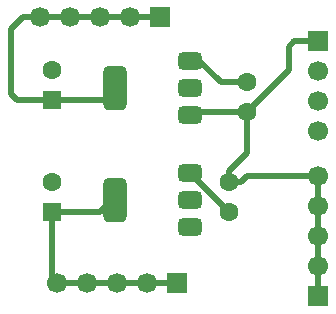
<source format=gbr>
%TF.GenerationSoftware,KiCad,Pcbnew,9.0.7*%
%TF.CreationDate,2026-02-08T21:28:46-06:00*%
%TF.ProjectId,Power,506f7765-722e-46b6-9963-61645f706362,rev?*%
%TF.SameCoordinates,Original*%
%TF.FileFunction,Copper,L1,Top*%
%TF.FilePolarity,Positive*%
%FSLAX46Y46*%
G04 Gerber Fmt 4.6, Leading zero omitted, Abs format (unit mm)*
G04 Created by KiCad (PCBNEW 9.0.7) date 2026-02-08 21:28:46*
%MOMM*%
%LPD*%
G01*
G04 APERTURE LIST*
G04 Aperture macros list*
%AMRoundRect*
0 Rectangle with rounded corners*
0 $1 Rounding radius*
0 $2 $3 $4 $5 $6 $7 $8 $9 X,Y pos of 4 corners*
0 Add a 4 corners polygon primitive as box body*
4,1,4,$2,$3,$4,$5,$6,$7,$8,$9,$2,$3,0*
0 Add four circle primitives for the rounded corners*
1,1,$1+$1,$2,$3*
1,1,$1+$1,$4,$5*
1,1,$1+$1,$6,$7*
1,1,$1+$1,$8,$9*
0 Add four rect primitives between the rounded corners*
20,1,$1+$1,$2,$3,$4,$5,0*
20,1,$1+$1,$4,$5,$6,$7,0*
20,1,$1+$1,$6,$7,$8,$9,0*
20,1,$1+$1,$8,$9,$2,$3,0*%
G04 Aperture macros list end*
%TA.AperFunction,ComponentPad*%
%ADD10R,1.700000X1.700000*%
%TD*%
%TA.AperFunction,ComponentPad*%
%ADD11C,1.700000*%
%TD*%
%TA.AperFunction,SMDPad,CuDef*%
%ADD12RoundRect,0.375000X0.625000X0.375000X-0.625000X0.375000X-0.625000X-0.375000X0.625000X-0.375000X0*%
%TD*%
%TA.AperFunction,SMDPad,CuDef*%
%ADD13RoundRect,0.500000X0.500000X1.400000X-0.500000X1.400000X-0.500000X-1.400000X0.500000X-1.400000X0*%
%TD*%
%TA.AperFunction,ComponentPad*%
%ADD14RoundRect,0.250000X0.550000X-0.550000X0.550000X0.550000X-0.550000X0.550000X-0.550000X-0.550000X0*%
%TD*%
%TA.AperFunction,ComponentPad*%
%ADD15C,1.600000*%
%TD*%
%TA.AperFunction,Conductor*%
%ADD16C,0.500000*%
%TD*%
G04 APERTURE END LIST*
D10*
%TO.P,USB-C,1,Pin_1*%
%TO.N,GND*%
X205000000Y-88500000D03*
D11*
%TO.P,USB-C,2,Pin_2*%
%TO.N,unconnected-(J4-Pin_2-Pad2)*%
X205000000Y-91040000D03*
%TO.P,USB-C,3,Pin_3*%
%TO.N,unconnected-(J4-Pin_3-Pad3)*%
X205000000Y-93580000D03*
%TO.P,USB-C,4,Pin_4*%
%TO.N,Net-(D3-A)*%
X205000000Y-96120000D03*
%TD*%
D12*
%TO.P,5.0 VR,1,GND*%
%TO.N,GND*%
X194150000Y-94800000D03*
%TO.P,5.0 VR,2,VO*%
%TO.N,Net-(D2-A)*%
X194150000Y-92500000D03*
D13*
X187850000Y-92500000D03*
D12*
%TO.P,5.0 VR,3,VI*%
%TO.N,Net-(D3-A)*%
X194150000Y-90200000D03*
%TD*%
%TO.P,3.3 VR,1,GND*%
%TO.N,GND*%
X194150000Y-104300000D03*
%TO.P,3.3 VR,2,VO*%
%TO.N,Net-(D1-A)*%
X194150000Y-102000000D03*
D13*
X187850000Y-102000000D03*
D12*
%TO.P,3.3 VR,3,VI*%
%TO.N,Net-(D3-A)*%
X194150000Y-99700000D03*
%TD*%
D10*
%TO.P,GND,1,Pin_1*%
%TO.N,GND*%
X205000000Y-110160000D03*
D11*
%TO.P,GND,2,Pin_2*%
X205000000Y-107620000D03*
%TO.P,GND,3,Pin_3*%
X205000000Y-105080000D03*
%TO.P,GND,4,Pin_4*%
X205000000Y-102540000D03*
%TO.P,GND,5,Pin_5*%
X205000000Y-100000000D03*
%TD*%
D10*
%TO.P,J1,1,Pin_1*%
%TO.N,Net-(D1-A)*%
X193040000Y-109000000D03*
D11*
%TO.P,J1,2,Pin_2*%
X190500000Y-109000000D03*
%TO.P,J1,3,Pin_3*%
X187960000Y-109000000D03*
%TO.P,J1,4,Pin_4*%
X185420000Y-109000000D03*
%TO.P,J1,5,Pin_5*%
X182880000Y-109000000D03*
%TD*%
D14*
%TO.P,C4,1*%
%TO.N,Net-(D1-A)*%
X182500000Y-103000000D03*
D15*
%TO.P,C4,2*%
%TO.N,GND*%
X182500000Y-100500000D03*
%TD*%
%TO.P,C2,1*%
%TO.N,GND*%
X197500000Y-100500000D03*
%TO.P,C2,2*%
%TO.N,Net-(D3-A)*%
X197500000Y-103000000D03*
%TD*%
D10*
%TO.P,J2,1,Pin_1*%
%TO.N,Net-(D2-A)*%
X191580000Y-86500000D03*
D11*
%TO.P,J2,2,Pin_2*%
X189040000Y-86500000D03*
%TO.P,J2,3,Pin_3*%
X186500000Y-86500000D03*
%TO.P,J2,4,Pin_4*%
X183960000Y-86500000D03*
%TO.P,J2,5,Pin_5*%
X181420000Y-86500000D03*
%TD*%
D14*
%TO.P,C3,1*%
%TO.N,Net-(D2-A)*%
X182500000Y-93500000D03*
D15*
%TO.P,C3,2*%
%TO.N,GND*%
X182500000Y-91000000D03*
%TD*%
%TO.P,C1,1*%
%TO.N,GND*%
X199000000Y-94500000D03*
%TO.P,C1,2*%
%TO.N,Net-(D3-A)*%
X199000000Y-92000000D03*
%TD*%
D16*
%TO.N,Net-(D2-A)*%
X179500000Y-93500000D02*
X182500000Y-93500000D01*
X179000000Y-93000000D02*
X179500000Y-93500000D01*
X179000000Y-87500000D02*
X179000000Y-93000000D01*
X180000000Y-86500000D02*
X179000000Y-87500000D01*
X181420000Y-86500000D02*
X180000000Y-86500000D01*
%TO.N,GND*%
X205000000Y-107620000D02*
X205000000Y-110160000D01*
X205000000Y-105080000D02*
X205000000Y-107620000D01*
X205000000Y-102540000D02*
X205000000Y-105080000D01*
X205000000Y-100000000D02*
X205000000Y-102540000D01*
X198500000Y-100500000D02*
X199000000Y-100000000D01*
X197500000Y-100500000D02*
X198500000Y-100500000D01*
X199000000Y-100000000D02*
X205000000Y-100000000D01*
X202500000Y-91000000D02*
X199000000Y-94500000D01*
X202500000Y-89000000D02*
X202500000Y-91000000D01*
X203000000Y-88500000D02*
X202500000Y-89000000D01*
X205000000Y-88500000D02*
X203000000Y-88500000D01*
X199000000Y-98000000D02*
X199000000Y-94500000D01*
X197500000Y-99500000D02*
X199000000Y-98000000D01*
X197500000Y-100500000D02*
X197500000Y-99500000D01*
%TO.N,Net-(D2-A)*%
X191580000Y-86500000D02*
X181420000Y-86500000D01*
%TO.N,Net-(D1-A)*%
X193040000Y-109000000D02*
X190500000Y-109000000D01*
X187960000Y-109000000D02*
X190500000Y-109000000D01*
X185420000Y-109000000D02*
X187960000Y-109000000D01*
X182880000Y-109000000D02*
X185420000Y-109000000D01*
X182500000Y-108620000D02*
X182880000Y-109000000D01*
X182500000Y-103000000D02*
X182500000Y-108620000D01*
%TO.N,Net-(D2-A)*%
X183960000Y-86500000D02*
X181420000Y-86500000D01*
X186500000Y-86500000D02*
X183960000Y-86500000D01*
X186500000Y-86500000D02*
X189040000Y-86500000D01*
X191580000Y-86500000D02*
X189040000Y-86500000D01*
%TO.N,Net-(D1-A)*%
X186500000Y-103000000D02*
X182500000Y-103000000D01*
X187500000Y-102000000D02*
X186500000Y-103000000D01*
X187850000Y-102000000D02*
X187500000Y-102000000D01*
%TO.N,Net-(D2-A)*%
X186850000Y-93500000D02*
X182500000Y-93500000D01*
X187850000Y-92500000D02*
X186850000Y-93500000D01*
%TO.N,GND*%
X194450000Y-94500000D02*
X194150000Y-94800000D01*
X199000000Y-94500000D02*
X194450000Y-94500000D01*
%TO.N,Net-(D3-A)*%
X194950000Y-90200000D02*
X194150000Y-90200000D01*
X199000000Y-92000000D02*
X196750000Y-92000000D01*
X196750000Y-92000000D02*
X194950000Y-90200000D01*
X197450000Y-103000000D02*
X194150000Y-99700000D01*
X197500000Y-103000000D02*
X197450000Y-103000000D01*
%TD*%
M02*

</source>
